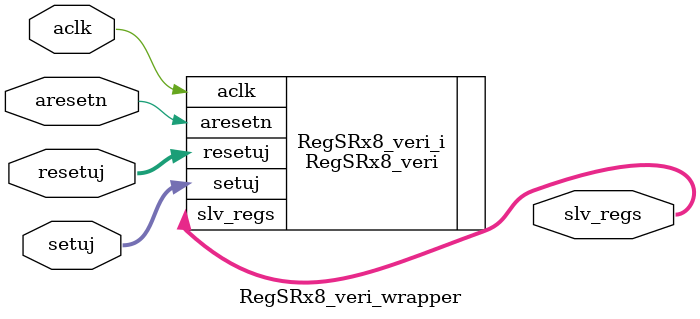
<source format=v>
`timescale 1 ps / 1 ps

module RegSRx8_veri_wrapper
   (aclk,
    aresetn,
    resetuj,
    setuj,
    slv_regs);
  input aclk;
  input aresetn;
  input [255:0]resetuj;
  input [255:0]setuj;
  output [255:0]slv_regs;

  wire aclk;
  wire aresetn;
  wire [255:0]resetuj;
  wire [255:0]setuj;
  wire [255:0]slv_regs;

  RegSRx8_veri RegSRx8_veri_i
       (.aclk(aclk),
        .aresetn(aresetn),
        .resetuj(resetuj),
        .setuj(setuj),
        .slv_regs(slv_regs));
endmodule

</source>
